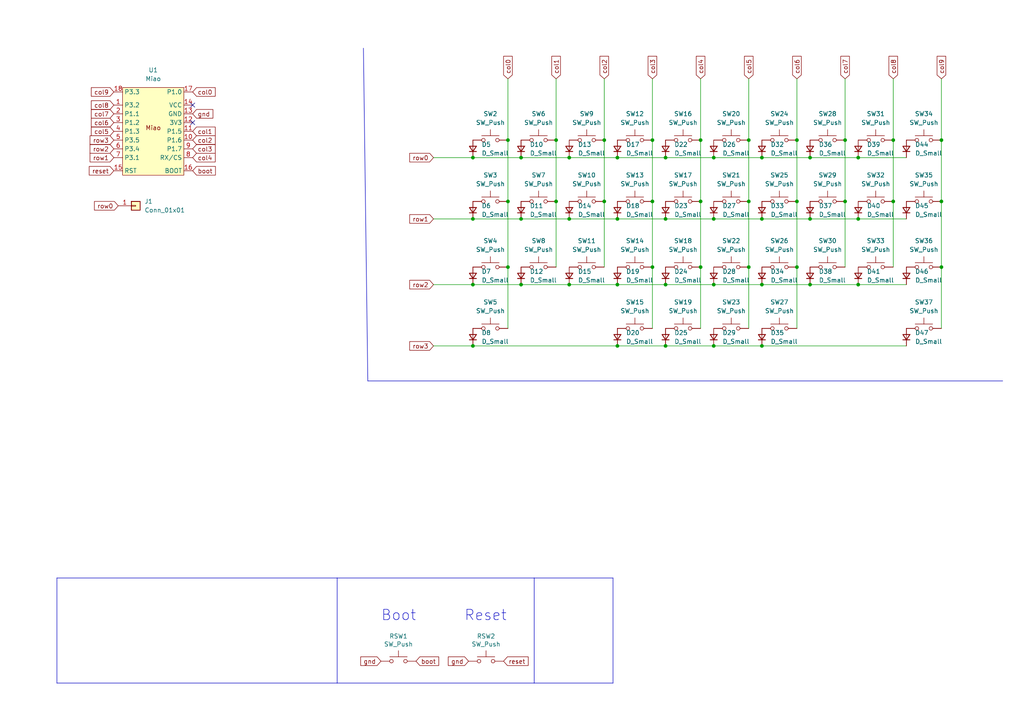
<source format=kicad_sch>
(kicad_sch (version 20230121) (generator eeschema)
  (paper "A4")
  (lib_symbols
    (symbol "Connector_Generic:Conn_01x01" (pin_names (offset 1.016) hide)
      (property "Reference" "J" (at 0 2.54 0))
      (property "Value" "Conn_01x01" (at 0 -2.54 0))
      (symbol "Conn_01x01_1_1"
        (rectangle (start -1.27 0.127) (end 0 -0.127) (stroke (width 0.1524)))
        (rectangle (start -1.27 1.27) (end 1.27 -1.27) (stroke (width 0.254)) (fill (type background)))
        (pin passive line (at -5.08 0 0) (length 3.81) (name "Pin_1") (number "1"))
      )
    )
    (symbol "ENDGAME_UWU_Gatekeeper_stuff:D_Small" (pin_numbers hide) (pin_names (offset 0.254) hide)
      (property "Reference" "D28" (at 2.54 1.2701 90))
      (property "Value" "D_Small" (at 2.54 -1.2699 90))
      (symbol "D_Small_0_1"
        (polyline (pts (xy -0.762 -1.016) (xy -0.762 1.016)) (stroke (width 0.254)))
        (polyline (pts (xy -0.762 0) (xy 0.762 0)))
        (polyline (pts (xy 0.762 -1.016) (xy -0.762 0) (xy 0.762 1.016) (xy 0.762 -1.016)) (stroke (width 0.254)))
      )
      (symbol "D_Small_1_1"
        (pin passive line (at -2.54 0 0) (length 1.778) (name "K") (number "1"))
        (pin passive line (at 2.54 0 180) (length 1.778) (name "A") (number "2"))
      )
    )
    (symbol "ENDGAME_UWU_Gatekeeper_stuff:SW_Push" (pin_numbers hide) (pin_names (offset 1.016) hide)
      (property "Reference" "SW35" (at 0 7.62 0))
      (property "Value" "SW_Push" (at 0 5.08 0))
      (symbol "SW_Push_0_1"
        (circle (center -2.032 0) (radius 0.508))
        (polyline (pts (xy 0 1.27) (xy 0 3.048)))
        (polyline (pts (xy 2.54 1.27) (xy -2.54 1.27)))
        (circle (center 2.032 0) (radius 0.508))
        (pin passive line (at -5.08 0 0) (length 2.54) (name "1") (number "1"))
        (pin passive line (at 5.08 0 180) (length 2.54) (name "2") (number "2"))
      )
    )
    (symbol "Miao:Miao_full_pinout"
      (property "Reference" "U1" (at 0 15.24 0))
      (property "Value" "Miao" (at 3.81 -3.81 0))
      (symbol "Miao_full_pinout_1_1"
        (rectangle (start -8.89 12.7) (end 8.89 -12.7) (fill (type background)))
        (text "Miao\n\n" (at 0 0 0) (effects (font (size 1.27 1.27))))
        (pin bidirectional line (at -11.43 7.62 0) (length 2.54) (name "P3.2") (number "1"))
        (pin bidirectional line (at 11.43 -2.54 180) (length 2.54) (name "P1.6") (number "10"))
        (pin bidirectional line (at 11.43 0 180) (length 2.54) (name "P1.5") (number "11"))
        (pin power_out line (at 11.43 2.54 180) (length 2.54) (name "3V3") (number "12"))
        (pin power_out line (at 11.43 5.08 180) (length 2.54) (name "GND") (number "13"))
        (pin power_in line (at 11.43 7.62 180) (length 2.54) (name "VCC") (number "14"))
        (pin input line (at -11.43 -11.43 0) (length 2.54) (name "RST") (number "15"))
        (pin input line (at 11.43 -11.43 180) (length 2.54) (name "BOOT") (number "16"))
        (pin bidirectional line (at 11.43 11.43 180) (length 2.54) (name "P1.0") (number "17"))
        (pin bidirectional line (at -11.43 11.43 0) (length 2.54) (name "P3.3") (number "18"))
        (pin bidirectional line (at -11.43 5.08 0) (length 2.54) (name "P1.1") (number "2"))
        (pin bidirectional line (at -11.43 2.54 0) (length 2.54) (name "P1.2") (number "3"))
        (pin bidirectional line (at -11.43 0 0) (length 2.54) (name "P1.3") (number "4"))
        (pin bidirectional line (at -11.43 -2.54 0) (length 2.54) (name "P3.5") (number "5"))
        (pin bidirectional line (at -11.43 -5.08 0) (length 2.54) (name "P3.4") (number "6"))
        (pin bidirectional line (at -11.43 -7.62 0) (length 2.54) (name "P3.1") (number "7"))
        (pin bidirectional line (at 11.43 -7.62 180) (length 2.54) (name "RX/CS") (number "8"))
        (pin bidirectional line (at 11.43 -5.08 180) (length 2.54) (name "P1.7") (number "9"))
      )
    )
    (symbol "Switch:SW_Push" (pin_numbers hide) (pin_names (offset 1.016) hide)
      (property "Reference" "SW" (at 1.27 2.54 0))
      (property "Value" "SW_Push" (at 0 -1.524 0))
      (symbol "SW_Push_0_1"
        (circle (center -2.032 0) (radius 0.508))
        (polyline (pts (xy 0 1.27) (xy 0 3.048)))
        (polyline (pts (xy 2.54 1.27) (xy -2.54 1.27)))
        (circle (center 2.032 0) (radius 0.508))
        (pin passive line (at -5.08 0 0) (length 2.54) (name "1") (number "1"))
        (pin passive line (at 5.08 0 180) (length 2.54) (name "2") (number "2"))
      )
    )
  )
  (junction (at 137.16 100.33))
  (junction (at 231.14 77.47))
  (junction (at 231.14 40.64))
  (junction (at 234.95 45.72))
  (junction (at 189.23 58.42))
  (junction (at 217.17 77.47))
  (junction (at 259.08 40.64))
  (junction (at 161.29 58.42))
  (junction (at 203.2 77.47))
  (junction (at 193.04 82.55))
  (junction (at 175.26 40.64))
  (junction (at 259.08 58.42))
  (junction (at 234.95 82.55))
  (junction (at 137.16 45.72))
  (junction (at 207.01 100.33))
  (junction (at 203.2 40.64))
  (junction (at 231.14 58.42))
  (junction (at 248.92 45.72))
  (junction (at 193.04 45.72))
  (junction (at 165.1 82.55))
  (junction (at 151.13 82.55))
  (junction (at 273.05 40.64))
  (junction (at 193.04 63.5))
  (junction (at 147.32 58.42))
  (junction (at 220.98 63.5))
  (junction (at 165.1 63.5))
  (junction (at 217.17 40.64))
  (junction (at 179.07 82.55))
  (junction (at 137.16 63.5))
  (junction (at 248.92 82.55))
  (junction (at 207.01 45.72))
  (junction (at 207.01 82.55))
  (junction (at 234.95 63.5))
  (junction (at 165.1 45.72))
  (junction (at 189.23 40.64))
  (junction (at 203.2 58.42))
  (junction (at 273.05 77.47))
  (junction (at 273.05 58.42))
  (junction (at 189.23 77.47))
  (junction (at 179.07 45.72))
  (junction (at 193.04 100.33))
  (junction (at 147.32 40.64))
  (junction (at 147.32 77.47))
  (junction (at 151.13 45.72))
  (junction (at 137.16 82.55))
  (junction (at 175.26 58.42))
  (junction (at 179.07 63.5))
  (junction (at 220.98 82.55))
  (junction (at 245.11 58.42))
  (junction (at 207.01 63.5))
  (junction (at 217.17 58.42))
  (junction (at 248.92 63.5))
  (junction (at 161.29 40.64))
  (junction (at 245.11 40.64))
  (junction (at 220.98 45.72))
  (junction (at 151.13 63.5))
  (junction (at 220.98 100.33))
  (junction (at 179.07 100.33))
  (no_connect (at 55.88 30.48))
  (no_connect (at 55.88 35.56))
  (wire (pts (xy 231.14 58.42) (xy 231.14 77.47)))
  (wire (pts (xy 147.32 77.47) (xy 147.32 95.25)))
  (wire (pts (xy 207.01 63.5) (xy 220.98 63.5)))
  (polyline (pts (xy 154.94 167.64) (xy 97.79 167.64)))
  (wire (pts (xy 259.08 22.86) (xy 259.08 40.64)))
  (wire (pts (xy 175.26 58.42) (xy 175.26 77.47)))
  (wire (pts (xy 248.92 82.55) (xy 262.89 82.55)))
  (wire (pts (xy 220.98 82.55) (xy 234.95 82.55)))
  (wire (pts (xy 189.23 77.47) (xy 189.23 95.25)))
  (wire (pts (xy 151.13 45.72) (xy 165.1 45.72)))
  (wire (pts (xy 234.95 45.72) (xy 248.92 45.72)))
  (wire (pts (xy 125.73 63.5) (xy 137.16 63.5)))
  (wire (pts (xy 147.32 58.42) (xy 147.32 77.47)))
  (wire (pts (xy 137.16 63.5) (xy 151.13 63.5)))
  (wire (pts (xy 273.05 40.64) (xy 273.05 58.42)))
  (wire (pts (xy 125.73 45.72) (xy 137.16 45.72)))
  (wire (pts (xy 203.2 58.42) (xy 203.2 77.47)))
  (wire (pts (xy 220.98 45.72) (xy 234.95 45.72)))
  (polyline (pts (xy 97.79 198.12) (xy 16.51 198.12)))
  (polyline (pts (xy 16.51 167.64) (xy 97.79 167.64)))
  (wire (pts (xy 207.01 100.33) (xy 220.98 100.33)))
  (wire (pts (xy 161.29 58.42) (xy 161.29 77.47)))
  (wire (pts (xy 231.14 40.64) (xy 231.14 58.42)))
  (wire (pts (xy 189.23 58.42) (xy 189.23 77.47)))
  (wire (pts (xy 259.08 58.42) (xy 259.08 77.47)))
  (polyline (pts (xy 154.94 198.12) (xy 177.8 198.12)))
  (wire (pts (xy 234.95 63.5) (xy 248.92 63.5)))
  (wire (pts (xy 179.07 63.5) (xy 193.04 63.5)))
  (wire (pts (xy 179.07 82.55) (xy 193.04 82.55)))
  (wire (pts (xy 137.16 82.55) (xy 151.13 82.55)))
  (wire (pts (xy 179.07 100.33) (xy 193.04 100.33)))
  (wire (pts (xy 220.98 63.5) (xy 234.95 63.5)))
  (wire (pts (xy 273.05 22.86) (xy 273.05 40.64)))
  (wire (pts (xy 220.98 100.33) (xy 262.89 100.33)))
  (wire (pts (xy 193.04 100.33) (xy 207.01 100.33)))
  (wire (pts (xy 165.1 45.72) (xy 179.07 45.72)))
  (wire (pts (xy 161.29 22.86) (xy 161.29 40.64)))
  (wire (pts (xy 207.01 45.72) (xy 220.98 45.72)))
  (wire (pts (xy 245.11 22.86) (xy 245.11 40.64)))
  (wire (pts (xy 137.16 100.33) (xy 179.07 100.33)))
  (wire (pts (xy 207.01 82.55) (xy 220.98 82.55)))
  (polyline (pts (xy 97.79 167.64) (xy 97.79 198.12)))
  (wire (pts (xy 217.17 58.42) (xy 217.17 77.47)))
  (wire (pts (xy 175.26 40.64) (xy 175.26 58.42)))
  (wire (pts (xy 217.17 77.47) (xy 217.17 95.25)))
  (wire (pts (xy 161.29 40.64) (xy 161.29 58.42)))
  (wire (pts (xy 245.11 40.64) (xy 245.11 58.42)))
  (wire (pts (xy 165.1 82.55) (xy 179.07 82.55)))
  (wire (pts (xy 125.73 100.33) (xy 137.16 100.33)))
  (wire (pts (xy 193.04 45.72) (xy 207.01 45.72)))
  (wire (pts (xy 147.32 22.86) (xy 147.32 40.64)))
  (polyline (pts (xy 106.68 110.49) (xy 290.83 110.49)))
  (polyline (pts (xy 105.41 13.97) (xy 106.68 110.49)))
  (wire (pts (xy 217.17 22.86) (xy 217.17 40.64)))
  (wire (pts (xy 273.05 77.47) (xy 273.05 95.25)))
  (wire (pts (xy 137.16 45.72) (xy 151.13 45.72)))
  (wire (pts (xy 151.13 63.5) (xy 165.1 63.5)))
  (wire (pts (xy 175.26 22.86) (xy 175.26 40.64)))
  (polyline (pts (xy 177.8 198.12) (xy 177.8 167.64)))
  (wire (pts (xy 245.11 58.42) (xy 245.11 77.47)))
  (wire (pts (xy 248.92 45.72) (xy 262.89 45.72)))
  (wire (pts (xy 203.2 77.47) (xy 203.2 95.25)))
  (wire (pts (xy 234.95 82.55) (xy 248.92 82.55)))
  (polyline (pts (xy 154.94 198.12) (xy 154.94 167.64)))
  (wire (pts (xy 165.1 63.5) (xy 179.07 63.5)))
  (polyline (pts (xy 177.8 167.64) (xy 154.94 167.64)))
  (wire (pts (xy 193.04 63.5) (xy 207.01 63.5)))
  (wire (pts (xy 231.14 22.86) (xy 231.14 40.64)))
  (polyline (pts (xy 16.51 198.12) (xy 16.51 167.64)))
  (wire (pts (xy 151.13 82.55) (xy 165.1 82.55)))
  (wire (pts (xy 179.07 45.72) (xy 193.04 45.72)))
  (wire (pts (xy 147.32 40.64) (xy 147.32 58.42)))
  (wire (pts (xy 259.08 40.64) (xy 259.08 58.42)))
  (wire (pts (xy 125.73 82.55) (xy 137.16 82.55)))
  (wire (pts (xy 203.2 22.86) (xy 203.2 40.64)))
  (wire (pts (xy 193.04 82.55) (xy 207.01 82.55)))
  (wire (pts (xy 231.14 77.47) (xy 231.14 95.25)))
  (wire (pts (xy 248.92 63.5) (xy 262.89 63.5)))
  (wire (pts (xy 217.17 40.64) (xy 217.17 58.42)))
  (wire (pts (xy 189.23 22.86) (xy 189.23 40.64)))
  (wire (pts (xy 273.05 58.42) (xy 273.05 77.47)))
  (wire (pts (xy 203.2 40.64) (xy 203.2 58.42)))
  (polyline (pts (xy 97.79 198.12) (xy 154.94 198.12)))
  (wire (pts (xy 189.23 40.64) (xy 189.23 58.42)))
  (text "Reset" (at 134.62 180.34 0) (effects (font (size 2.9972 2.9972)) (justify left bottom)))
  (text "Boot" (at 110.49 180.34 0) (effects (font (size 2.9972 2.9972)) (justify left bottom)))
  (global_label "row3" (shape input) (at 33.02 40.64 180) (property "Intersheetrefs" "${INTERSHEET_REFS}" (effects hide)))
  (global_label "col0" (shape input) (at 55.88 26.67 0) (property "Intersheetrefs" "${INTERSHEET_REFS}" (effects hide)))
  (global_label "col9" (shape input) (at 33.02 26.67 180) (property "Intersheetrefs" "${INTERSHEET_REFS}" (effects hide)))
  (global_label "gnd" (shape input) (at 110.49 191.77 180) (property "Intersheetrefs" "${INTERSHEET_REFS}" (effects hide)))
  (global_label "col3" (shape input) (at 55.88 43.18 0) (property "Intersheetrefs" "${INTERSHEET_REFS}" (effects hide)))
  (global_label "col0" (shape input) (at 147.32 22.86 90) (property "Intersheetrefs" "${INTERSHEET_REFS}" (effects hide)))
  (global_label "col1" (shape input) (at 55.88 38.1 0) (property "Intersheetrefs" "${INTERSHEET_REFS}" (effects hide)))
  (global_label "col6" (shape input) (at 231.14 22.86 90) (property "Intersheetrefs" "${INTERSHEET_REFS}" (effects hide)))
  (global_label "col5" (shape input) (at 33.02 38.1 180) (property "Intersheetrefs" "${INTERSHEET_REFS}" (effects hide)))
  (global_label "col6" (shape input) (at 33.02 35.56 180) (property "Intersheetrefs" "${INTERSHEET_REFS}" (effects hide)))
  (global_label "boot" (shape input) (at 120.65 191.77 0) (property "Intersheetrefs" "${INTERSHEET_REFS}" (effects hide)))
  (global_label "boot" (shape input) (at 55.88 49.53 0) (property "Intersheetrefs" "${INTERSHEET_REFS}" (effects hide)))
  (global_label "col2" (shape input) (at 175.26 22.86 90) (property "Intersheetrefs" "${INTERSHEET_REFS}" (effects hide)))
  (global_label "row1" (shape input) (at 125.73 63.5 180) (property "Intersheetrefs" "${INTERSHEET_REFS}" (effects hide)))
  (global_label "row3" (shape input) (at 125.73 100.33 180) (property "Intersheetrefs" "${INTERSHEET_REFS}" (effects hide)))
  (global_label "row0" (shape input) (at 125.73 45.72 180) (property "Intersheetrefs" "${INTERSHEET_REFS}" (effects hide)))
  (global_label "col8" (shape input) (at 259.08 22.86 90) (property "Intersheetrefs" "${INTERSHEET_REFS}" (effects hide)))
  (global_label "row2" (shape input) (at 125.73 82.55 180) (property "Intersheetrefs" "${INTERSHEET_REFS}" (effects hide)))
  (global_label "col3" (shape input) (at 189.23 22.86 90) (property "Intersheetrefs" "${INTERSHEET_REFS}" (effects hide)))
  (global_label "reset" (shape input) (at 33.02 49.53 180) (property "Intersheetrefs" "${INTERSHEET_REFS}" (effects hide)))
  (global_label "gnd" (shape input) (at 55.88 33.02 0) (property "Intersheetrefs" "${INTERSHEET_REFS}" (effects hide)))
  (global_label "col5" (shape input) (at 217.17 22.86 90) (property "Intersheetrefs" "${INTERSHEET_REFS}" (effects hide)))
  (global_label "col8" (shape input) (at 33.02 30.48 180) (property "Intersheetrefs" "${INTERSHEET_REFS}" (effects hide)))
  (global_label "col2" (shape input) (at 55.88 40.64 0) (property "Intersheetrefs" "${INTERSHEET_REFS}" (effects hide)))
  (global_label "col4" (shape input) (at 55.88 45.72 0) (property "Intersheetrefs" "${INTERSHEET_REFS}" (effects hide)))
  (global_label "reset" (shape input) (at 146.05 191.77 0) (property "Intersheetrefs" "${INTERSHEET_REFS}" (effects hide)))
  (global_label "col4" (shape input) (at 203.2 22.86 90) (property "Intersheetrefs" "${INTERSHEET_REFS}" (effects hide)))
  (global_label "gnd" (shape input) (at 135.89 191.77 180) (property "Intersheetrefs" "${INTERSHEET_REFS}" (effects hide)))
  (global_label "row2" (shape input) (at 33.02 43.18 180) (property "Intersheetrefs" "${INTERSHEET_REFS}" (effects hide)))
  (global_label "col7" (shape input) (at 245.11 22.86 90) (property "Intersheetrefs" "${INTERSHEET_REFS}" (effects hide)))
  (global_label "row0" (shape input) (at 34.29 59.69 180) (property "Intersheetrefs" "${INTERSHEET_REFS}" (effects hide)))
  (global_label "col7" (shape input) (at 33.02 33.02 180) (property "Intersheetrefs" "${INTERSHEET_REFS}" (effects hide)))
  (global_label "row1" (shape input) (at 33.02 45.72 180) (property "Intersheetrefs" "${INTERSHEET_REFS}" (effects hide)))
  (global_label "col9" (shape input) (at 273.05 22.86 90) (property "Intersheetrefs" "${INTERSHEET_REFS}" (effects hide)))
  (global_label "col1" (shape input) (at 161.29 22.86 90) (property "Intersheetrefs" "${INTERSHEET_REFS}" (effects hide)))
  (symbol (lib_id "ENDGAME_UWU_Gatekeeper_stuff:SW_Push") (at 156.21 40.64 0) (unit 1)
    (property "Reference" "SW6" (at 156.21 33.02 0))
    (property "Value" "SW_Push" (at 156.21 35.56 0))
    (property "Footprint" "UWUmasterGatekeeperHusoLib:SW_choc_v1_HS_1u_filets_MBK_blk" (effects hide))
  )
  (symbol (lib_id "ENDGAME_UWU_Gatekeeper_stuff:SW_Push") (at 142.24 95.25 0) (unit 1)
    (property "Reference" "SW5" (at 142.24 87.63 0))
    (property "Value" "SW_Push" (at 142.24 90.17 0))
    (property "Footprint" "UWUmasterGatekeeperHusoLib:SW_choc_v1_HS_1_5u_filets_MBK_blk" (effects hide))
  )
  (symbol (lib_id "ENDGAME_UWU_Gatekeeper_stuff:SW_Push") (at 226.06 40.64 0) (unit 1)
    (property "Reference" "SW24" (at 226.06 33.02 0))
    (property "Value" "SW_Push" (at 226.06 35.56 0))
    (property "Footprint" "UWUmasterGatekeeperHusoLib:SW_choc_v1_HS_1u_filets_MBK_blk" (effects hide))
  )
  (symbol (lib_id "ENDGAME_UWU_Gatekeeper_stuff:D_Small") (at 151.13 60.96 90) (unit 1)
    (property "Reference" "D11" (at 153.67 59.6899 90) (effects (justify right)))
    (property "Value" "D_Small" (at 153.67 62.2299 90) (effects (justify right)))
    (property "Footprint" "UWUmasterGatekeeperHusoLib:Diode_SOD123 filets triangle" (effects hide))
  )
  (symbol (lib_id "ENDGAME_UWU_Gatekeeper_stuff:SW_Push") (at 184.15 77.47 0) (unit 1)
    (property "Reference" "SW14" (at 184.15 69.85 0))
    (property "Value" "SW_Push" (at 184.15 72.39 0))
    (property "Footprint" "UWUmasterGatekeeperHusoLib:SW_choc_v1_HS_1u_filets_MBK_blk" (effects hide))
  )
  (symbol (lib_id "ENDGAME_UWU_Gatekeeper_stuff:D_Small") (at 220.98 43.18 90) (unit 1)
    (property "Reference" "D32" (at 223.52 41.9099 90) (effects (justify right)))
    (property "Value" "D_Small" (at 223.52 44.4499 90) (effects (justify right)))
    (property "Footprint" "UWUmasterGatekeeperHusoLib:Diode_SOD123 filets triangle" (effects hide))
  )
  (symbol (lib_id "ENDGAME_UWU_Gatekeeper_stuff:D_Small") (at 151.13 80.01 90) (unit 1)
    (property "Reference" "D12" (at 153.67 78.7399 90) (effects (justify right)))
    (property "Value" "D_Small" (at 153.67 81.2799 90) (effects (justify right)))
    (property "Footprint" "UWUmasterGatekeeperHusoLib:Diode_SOD123 filets triangle" (effects hide))
  )
  (symbol (lib_id "ENDGAME_UWU_Gatekeeper_stuff:D_Small") (at 248.92 43.18 90) (unit 1)
    (property "Reference" "D39" (at 251.46 41.9099 90) (effects (justify right)))
    (property "Value" "D_Small" (at 251.46 44.4499 90) (effects (justify right)))
    (property "Footprint" "UWUmasterGatekeeperHusoLib:Diode_SOD123 filets triangle" (effects hide))
  )
  (symbol (lib_id "ENDGAME_UWU_Gatekeeper_stuff:SW_Push") (at 198.12 77.47 0) (unit 1)
    (property "Reference" "SW18" (at 198.12 69.85 0))
    (property "Value" "SW_Push" (at 198.12 72.39 0))
    (property "Footprint" "UWUmasterGatekeeperHusoLib:SW_choc_v1_HS_1u_filets_MBK_blk" (effects hide))
  )
  (symbol (lib_id "ENDGAME_UWU_Gatekeeper_stuff:D_Small") (at 234.95 43.18 90) (unit 1)
    (property "Reference" "D36" (at 237.49 41.9099 90) (effects (justify right)))
    (property "Value" "D_Small" (at 237.49 44.4499 90) (effects (justify right)))
    (property "Footprint" "UWUmasterGatekeeperHusoLib:Diode_SOD123 filets triangle" (effects hide))
  )
  (symbol (lib_id "ENDGAME_UWU_Gatekeeper_stuff:SW_Push") (at 156.21 58.42 0) (unit 1)
    (property "Reference" "SW7" (at 156.21 50.8 0))
    (property "Value" "SW_Push" (at 156.21 53.34 0))
    (property "Footprint" "UWUmasterGatekeeperHusoLib:SW_choc_v1_HS_1u_filets_MBK_blk" (effects hide))
  )
  (symbol (lib_id "ENDGAME_UWU_Gatekeeper_stuff:SW_Push") (at 198.12 40.64 0) (unit 1)
    (property "Reference" "SW16" (at 198.12 33.02 0))
    (property "Value" "SW_Push" (at 198.12 35.56 0))
    (property "Footprint" "UWUmasterGatekeeperHusoLib:SW_choc_v1_HS_1u_filets_MBK_blk" (effects hide))
  )
  (symbol (lib_id "ENDGAME_UWU_Gatekeeper_stuff:SW_Push") (at 170.18 58.42 0) (unit 1)
    (property "Reference" "SW10" (at 170.18 50.8 0))
    (property "Value" "SW_Push" (at 170.18 53.34 0))
    (property "Footprint" "UWUmasterGatekeeperHusoLib:SW_choc_v1_HS_1u_filets_MBK_blk" (effects hide))
  )
  (symbol (lib_id "ENDGAME_UWU_Gatekeeper_stuff:D_Small") (at 165.1 60.96 90) (unit 1)
    (property "Reference" "D14" (at 167.64 59.6899 90) (effects (justify right)))
    (property "Value" "D_Small" (at 167.64 62.2299 90) (effects (justify right)))
    (property "Footprint" "UWUmasterGatekeeperHusoLib:Diode_SOD123 filets triangle" (effects hide))
  )
  (symbol (lib_id "ENDGAME_UWU_Gatekeeper_stuff:SW_Push") (at 254 40.64 0) (unit 1)
    (property "Reference" "SW31" (at 254 33.02 0))
    (property "Value" "SW_Push" (at 254 35.56 0))
    (property "Footprint" "UWUmasterGatekeeperHusoLib:SW_choc_v1_HS_1u_filets_MBK_blk" (effects hide))
  )
  (symbol (lib_id "ENDGAME_UWU_Gatekeeper_stuff:SW_Push") (at 198.12 95.25 0) (unit 1)
    (property "Reference" "SW19" (at 198.12 87.63 0))
    (property "Value" "SW_Push" (at 198.12 90.17 0))
    (property "Footprint" "UWUmasterGatekeeperHusoLib:SW_choc_v1_HS_1_5u_filets_MBK_blk" (effects hide))
  )
  (symbol (lib_id "ENDGAME_UWU_Gatekeeper_stuff:D_Small") (at 193.04 43.18 90) (unit 1)
    (property "Reference" "D22" (at 195.58 41.9099 90) (effects (justify right)))
    (property "Value" "D_Small" (at 195.58 44.4499 90) (effects (justify right)))
    (property "Footprint" "UWUmasterGatekeeperHusoLib:Diode_SOD123 filets triangle" (effects hide))
  )
  (symbol (lib_id "ENDGAME_UWU_Gatekeeper_stuff:SW_Push") (at 184.15 95.25 0) (unit 1)
    (property "Reference" "SW15" (at 184.15 87.63 0))
    (property "Value" "SW_Push" (at 184.15 90.17 0))
    (property "Footprint" "UWUmasterGatekeeperHusoLib:SW_choc_v1_HS_1u_filets_MBK_blk" (effects hide))
  )
  (symbol (lib_id "ENDGAME_UWU_Gatekeeper_stuff:D_Small") (at 193.04 97.79 90) (unit 1)
    (property "Reference" "D25" (at 195.58 96.5199 90) (effects (justify right)))
    (property "Value" "D_Small" (at 195.58 99.0599 90) (effects (justify right)))
    (property "Footprint" "UWUmasterGatekeeperHusoLib:Diode_SOD123 filets triangle" (effects hide))
  )
  (symbol (lib_id "ENDGAME_UWU_Gatekeeper_stuff:SW_Push") (at 254 77.47 0) (unit 1)
    (property "Reference" "SW33" (at 254 69.85 0))
    (property "Value" "SW_Push" (at 254 72.39 0))
    (property "Footprint" "UWUmasterGatekeeperHusoLib:SW_choc_v1_HS_1u_filets_MBK_blk" (effects hide))
  )
  (symbol (lib_id "ENDGAME_UWU_Gatekeeper_stuff:D_Small") (at 248.92 60.96 90) (unit 1)
    (property "Reference" "D40" (at 251.46 59.6899 90) (effects (justify right)))
    (property "Value" "D_Small" (at 251.46 62.2299 90) (effects (justify right)))
    (property "Footprint" "UWUmasterGatekeeperHusoLib:Diode_SOD123 filets triangle" (effects hide))
  )
  (symbol (lib_id "ENDGAME_UWU_Gatekeeper_stuff:D_Small") (at 137.16 97.79 90) (unit 1)
    (property "Reference" "D8" (at 139.7 96.5199 90) (effects (justify right)))
    (property "Value" "D_Small" (at 139.7 99.0599 90) (effects (justify right)))
    (property "Footprint" "UWUmasterGatekeeperHusoLib:Diode_SOD123 filets triangle" (effects hide))
  )
  (symbol (lib_id "ENDGAME_UWU_Gatekeeper_stuff:D_Small") (at 179.07 97.79 90) (unit 1)
    (property "Reference" "D20" (at 181.61 96.5199 90) (effects (justify right)))
    (property "Value" "D_Small" (at 181.61 99.0599 90) (effects (justify right)))
    (property "Footprint" "UWUmasterGatekeeperHusoLib:Diode_SOD123 filets triangle" (effects hide))
  )
  (symbol (lib_id "ENDGAME_UWU_Gatekeeper_stuff:D_Small") (at 220.98 60.96 90) (unit 1)
    (property "Reference" "D33" (at 223.52 59.6899 90) (effects (justify right)))
    (property "Value" "D_Small" (at 223.52 62.2299 90) (effects (justify right)))
    (property "Footprint" "UWUmasterGatekeeperHusoLib:Diode_SOD123 filets triangle" (effects hide))
  )
  (symbol (lib_id "ENDGAME_UWU_Gatekeeper_stuff:D_Small") (at 165.1 80.01 90) (unit 1)
    (property "Reference" "D15" (at 167.64 78.7399 90) (effects (justify right)))
    (property "Value" "D_Small" (at 167.64 81.2799 90) (effects (justify right)))
    (property "Footprint" "UWUmasterGatekeeperHusoLib:Diode_SOD123 filets triangle" (effects hide))
  )
  (symbol (lib_id "Connector_Generic:Conn_01x01") (at 39.37 59.69 0) (unit 1)
    (property "Reference" "J1" (at 41.91 58.42 0) (effects (justify left)))
    (property "Value" "Conn_01x01" (at 41.91 60.96 0) (effects (justify left)))
    (property "Footprint" "UWUmasterGatekeeperHusoLib:1pin SMD Pad" (effects hide))
  )
  (symbol (lib_id "ENDGAME_UWU_Gatekeeper_stuff:SW_Push") (at 170.18 77.47 0) (unit 1)
    (property "Reference" "SW11" (at 170.18 69.85 0))
    (property "Value" "SW_Push" (at 170.18 72.39 0))
    (property "Footprint" "UWUmasterGatekeeperHusoLib:SW_choc_v1_HS_1u_filets_MBK_blk" (effects hide))
  )
  (symbol (lib_id "ENDGAME_UWU_Gatekeeper_stuff:D_Small") (at 248.92 80.01 90) (unit 1)
    (property "Reference" "D41" (at 251.46 78.7399 90) (effects (justify right)))
    (property "Value" "D_Small" (at 251.46 81.2799 90) (effects (justify right)))
    (property "Footprint" "UWUmasterGatekeeperHusoLib:Diode_SOD123 filets triangle" (effects hide))
  )
  (symbol (lib_id "ENDGAME_UWU_Gatekeeper_stuff:SW_Push") (at 240.03 40.64 0) (unit 1)
    (property "Reference" "SW28" (at 240.03 33.02 0))
    (property "Value" "SW_Push" (at 240.03 35.56 0))
    (property "Footprint" "UWUmasterGatekeeperHusoLib:SW_choc_v1_HS_1u_filets_MBK_blk" (effects hide))
  )
  (symbol (lib_id "ENDGAME_UWU_Gatekeeper_stuff:SW_Push") (at 184.15 40.64 0) (unit 1)
    (property "Reference" "SW12" (at 184.15 33.02 0))
    (property "Value" "SW_Push" (at 184.15 35.56 0))
    (property "Footprint" "UWUmasterGatekeeperHusoLib:SW_choc_v1_HS_1u_filets_MBK_blk" (effects hide))
  )
  (symbol (lib_id "ENDGAME_UWU_Gatekeeper_stuff:D_Small") (at 193.04 60.96 90) (unit 1)
    (property "Reference" "D23" (at 195.58 59.6899 90) (effects (justify right)))
    (property "Value" "D_Small" (at 195.58 62.2299 90) (effects (justify right)))
    (property "Footprint" "UWUmasterGatekeeperHusoLib:Diode_SOD123 filets triangle" (effects hide))
  )
  (symbol (lib_id "ENDGAME_UWU_Gatekeeper_stuff:SW_Push") (at 142.24 40.64 0) (unit 1)
    (property "Reference" "SW2" (at 142.24 33.02 0))
    (property "Value" "SW_Push" (at 142.24 35.56 0))
    (property "Footprint" "UWUmasterGatekeeperHusoLib:SW_choc_v1_HS_1u_filets_MBK_blk" (effects hide))
  )
  (symbol (lib_id "Switch:SW_Push") (at 140.97 191.77 0) (unit 1)
    (property "Reference" "RSW2" (at 140.97 184.531 0))
    (property "Value" "SW_Push" (at 140.97 186.8424 0))
    (property "Footprint" "UWUmasterGatekeeperHusoLib:4X4X1.6mm tact switch Filets" (effects hide))
  )
  (symbol (lib_id "Switch:SW_Push") (at 115.57 191.77 0) (unit 1)
    (property "Reference" "RSW1" (at 115.57 184.531 0))
    (property "Value" "SW_Push" (at 115.57 186.8424 0))
    (property "Footprint" "UWUmasterGatekeeperHusoLib:4X4X1.6mm tact switch Filets" (effects hide))
  )
  (symbol (lib_id "ENDGAME_UWU_Gatekeeper_stuff:D_Small") (at 137.16 60.96 90) (unit 1)
    (property "Reference" "D6" (at 139.7 59.6899 90) (effects (justify right)))
    (property "Value" "D_Small" (at 139.7 62.2299 90) (effects (justify right)))
    (property "Footprint" "UWUmasterGatekeeperHusoLib:Diode_SOD123 filets triangle" (effects hide))
  )
  (symbol (lib_id "ENDGAME_UWU_Gatekeeper_stuff:SW_Push") (at 212.09 95.25 0) (unit 1)
    (property "Reference" "SW23" (at 212.09 87.63 0))
    (property "Value" "SW_Push" (at 212.09 90.17 0))
    (property "Footprint" "UWUmasterGatekeeperHusoLib:SW_choc_v1_HS_1_5u_filets_MBK_blk" (effects hide))
  )
  (symbol (lib_id "ENDGAME_UWU_Gatekeeper_stuff:SW_Push") (at 212.09 58.42 0) (unit 1)
    (property "Reference" "SW21" (at 212.09 50.8 0))
    (property "Value" "SW_Push" (at 212.09 53.34 0))
    (property "Footprint" "UWUmasterGatekeeperHusoLib:SW_choc_v1_HS_1u_filets_MBK_blk" (effects hide))
  )
  (symbol (lib_id "ENDGAME_UWU_Gatekeeper_stuff:D_Small") (at 262.89 43.18 90) (unit 1)
    (property "Reference" "D44" (at 265.43 41.9099 90) (effects (justify right)))
    (property "Value" "D_Small" (at 265.43 44.4499 90) (effects (justify right)))
    (property "Footprint" "UWUmasterGatekeeperHusoLib:Diode_SOD123 filets triangle" (effects hide))
  )
  (symbol (lib_id "ENDGAME_UWU_Gatekeeper_stuff:SW_Push") (at 240.03 77.47 0) (unit 1)
    (property "Reference" "SW30" (at 240.03 69.85 0))
    (property "Value" "SW_Push" (at 240.03 72.39 0))
    (property "Footprint" "UWUmasterGatekeeperHusoLib:SW_choc_v1_HS_1u_filets_MBK_blk" (effects hide))
  )
  (symbol (lib_id "ENDGAME_UWU_Gatekeeper_stuff:D_Small") (at 137.16 80.01 90) (unit 1)
    (property "Reference" "D7" (at 139.7 78.7399 90) (effects (justify right)))
    (property "Value" "D_Small" (at 139.7 81.2799 90) (effects (justify right)))
    (property "Footprint" "UWUmasterGatekeeperHusoLib:Diode_SOD123 filets triangle" (effects hide))
  )
  (symbol (lib_id "ENDGAME_UWU_Gatekeeper_stuff:SW_Push") (at 267.97 95.25 0) (unit 1)
    (property "Reference" "SW37" (at 267.97 87.63 0))
    (property "Value" "SW_Push" (at 267.97 90.17 0))
    (property "Footprint" "UWUmasterGatekeeperHusoLib:SW_choc_v1_HS_1_5u_filets_MBK_blk" (effects hide))
  )
  (symbol (lib_id "ENDGAME_UWU_Gatekeeper_stuff:D_Small") (at 207.01 97.79 90) (unit 1)
    (property "Reference" "D29" (at 209.55 96.5199 90) (effects (justify right)))
    (property "Value" "D_Small" (at 209.55 99.0599 90) (effects (justify right)))
    (property "Footprint" "UWUmasterGatekeeperHusoLib:Diode_SOD123 filets triangle" (effects hide))
  )
  (symbol (lib_id "ENDGAME_UWU_Gatekeeper_stuff:SW_Push") (at 198.12 58.42 0) (unit 1)
    (property "Reference" "SW17" (at 198.12 50.8 0))
    (property "Value" "SW_Push" (at 198.12 53.34 0))
    (property "Footprint" "UWUmasterGatekeeperHusoLib:SW_choc_v1_HS_1u_filets_MBK_blk" (effects hide))
  )
  (symbol (lib_id "ENDGAME_UWU_Gatekeeper_stuff:SW_Push") (at 184.15 58.42 0) (unit 1)
    (property "Reference" "SW13" (at 184.15 50.8 0))
    (property "Value" "SW_Push" (at 184.15 53.34 0))
    (property "Footprint" "UWUmasterGatekeeperHusoLib:SW_choc_v1_HS_1u_filets_MBK_blk" (effects hide))
  )
  (symbol (lib_id "ENDGAME_UWU_Gatekeeper_stuff:D_Small") (at 207.01 80.01 90) (unit 1)
    (property "Reference" "D28" (at 209.55 78.7399 90) (effects (justify right)))
    (property "Value" "D_Small" (at 209.55 81.2799 90) (effects (justify right)))
    (property "Footprint" "UWUmasterGatekeeperHusoLib:Diode_SOD123 filets triangle" (effects hide))
  )
  (symbol (lib_id "ENDGAME_UWU_Gatekeeper_stuff:D_Small") (at 193.04 80.01 90) (unit 1)
    (property "Reference" "D24" (at 195.58 78.7399 90) (effects (justify right)))
    (property "Value" "D_Small" (at 195.58 81.2799 90) (effects (justify right)))
    (property "Footprint" "UWUmasterGatekeeperHusoLib:Diode_SOD123 filets triangle" (effects hide))
  )
  (symbol (lib_id "ENDGAME_UWU_Gatekeeper_stuff:D_Small") (at 220.98 80.01 90) (unit 1)
    (property "Reference" "D34" (at 223.52 78.7399 90) (effects (justify right)))
    (property "Value" "D_Small" (at 223.52 81.2799 90) (effects (justify right)))
    (property "Footprint" "UWUmasterGatekeeperHusoLib:Diode_SOD123 filets triangle" (effects hide))
  )
  (symbol (lib_id "ENDGAME_UWU_Gatekeeper_stuff:SW_Push") (at 226.06 77.47 0) (unit 1)
    (property "Reference" "SW26" (at 226.06 69.85 0))
    (property "Value" "SW_Push" (at 226.06 72.39 0))
    (property "Footprint" "UWUmasterGatekeeperHusoLib:SW_choc_v1_HS_1u_filets_MBK_blk" (effects hide))
  )
  (symbol (lib_id "ENDGAME_UWU_Gatekeeper_stuff:D_Small") (at 207.01 60.96 90) (unit 1)
    (property "Reference" "D27" (at 209.55 59.6899 90) (effects (justify right)))
    (property "Value" "D_Small" (at 209.55 62.2299 90) (effects (justify right)))
    (property "Footprint" "UWUmasterGatekeeperHusoLib:Diode_SOD123 filets triangle" (effects hide))
  )
  (symbol (lib_id "ENDGAME_UWU_Gatekeeper_stuff:D_Small") (at 137.16 43.18 90) (unit 1)
    (property "Reference" "D5" (at 139.7 41.9099 90) (effects (justify right)))
    (property "Value" "D_Small" (at 139.7 44.4499 90) (effects (justify right)))
    (property "Footprint" "UWUmasterGatekeeperHusoLib:Diode_SOD123 filets triangle" (effects hide))
  )
  (symbol (lib_id "ENDGAME_UWU_Gatekeeper_stuff:D_Small") (at 262.89 80.01 90) (unit 1)
    (property "Reference" "D46" (at 265.43 78.7399 90) (effects (justify right)))
    (property "Value" "D_Small" (at 265.43 81.2799 90) (effects (justify right)))
    (property "Footprint" "UWUmasterGatekeeperHusoLib:Diode_SOD123 filets triangle" (effects hide))
  )
  (symbol (lib_id "ENDGAME_UWU_Gatekeeper_stuff:D_Small") (at 220.98 97.79 90) (unit 1)
    (property "Reference" "D35" (at 223.52 96.5199 90) (effects (justify right)))
    (property "Value" "D_Small" (at 223.52 99.0599 90) (effects (justify right)))
    (property "Footprint" "UWUmasterGatekeeperHusoLib:Diode_SOD123 filets triangle" (effects hide))
  )
  (symbol (lib_id "ENDGAME_UWU_Gatekeeper_stuff:D_Small") (at 151.13 43.18 90) (unit 1)
    (property "Reference" "D10" (at 153.67 41.9099 90) (effects (justify right)))
    (property "Value" "D_Small" (at 153.67 44.4499 90) (effects (justify right)))
    (property "Footprint" "UWUmasterGatekeeperHusoLib:Diode_SOD123 filets triangle" (effects hide))
  )
  (symbol (lib_id "ENDGAME_UWU_Gatekeeper_stuff:SW_Push") (at 240.03 58.42 0) (unit 1)
    (property "Reference" "SW29" (at 240.03 50.8 0))
    (property "Value" "SW_Push" (at 240.03 53.34 0))
    (property "Footprint" "UWUmasterGatekeeperHusoLib:SW_choc_v1_HS_1u_filets_MBK_blk" (effects hide))
  )
  (symbol (lib_id "ENDGAME_UWU_Gatekeeper_stuff:SW_Push") (at 156.21 77.47 0) (unit 1)
    (property "Reference" "SW8" (at 156.21 69.85 0))
    (property "Value" "SW_Push" (at 156.21 72.39 0))
    (property "Footprint" "UWUmasterGatekeeperHusoLib:SW_choc_v1_HS_1u_filets_MBK_blk" (effects hide))
  )
  (symbol (lib_id "ENDGAME_UWU_Gatekeeper_stuff:D_Small") (at 207.01 43.18 90) (unit 1)
    (property "Reference" "D26" (at 209.55 41.9099 90) (effects (justify right)))
    (property "Value" "D_Small" (at 209.55 44.4499 90) (effects (justify right)))
    (property "Footprint" "UWUmasterGatekeeperHusoLib:Diode_SOD123 filets triangle" (effects hide))
  )
  (symbol (lib_id "ENDGAME_UWU_Gatekeeper_stuff:SW_Push") (at 267.97 77.47 0) (unit 1)
    (property "Reference" "SW36" (at 267.97 69.85 0))
    (property "Value" "SW_Push" (at 267.97 72.39 0))
    (property "Footprint" "UWUmasterGatekeeperHusoLib:SW_choc_v1_HS_1u_filets_MBK_blk" (effects hide))
  )
  (symbol (lib_id "ENDGAME_UWU_Gatekeeper_stuff:SW_Push") (at 212.09 40.64 0) (unit 1)
    (property "Reference" "SW20" (at 212.09 33.02 0))
    (property "Value" "SW_Push" (at 212.09 35.56 0))
    (property "Footprint" "UWUmasterGatekeeperHusoLib:SW_choc_v1_HS_1u_filets_MBK_blk" (effects hide))
  )
  (symbol (lib_id "ENDGAME_UWU_Gatekeeper_stuff:D_Small") (at 234.95 60.96 90) (unit 1)
    (property "Reference" "D37" (at 237.49 59.6899 90) (effects (justify right)))
    (property "Value" "D_Small" (at 237.49 62.2299 90) (effects (justify right)))
    (property "Footprint" "UWUmasterGatekeeperHusoLib:Diode_SOD123 filets triangle" (effects hide))
  )
  (symbol (lib_id "ENDGAME_UWU_Gatekeeper_stuff:SW_Push") (at 254 58.42 0) (unit 1)
    (property "Reference" "SW32" (at 254 50.8 0))
    (property "Value" "SW_Push" (at 254 53.34 0))
    (property "Footprint" "UWUmasterGatekeeperHusoLib:SW_choc_v1_HS_1u_filets_MBK_blk" (effects hide))
  )
  (symbol (lib_id "ENDGAME_UWU_Gatekeeper_stuff:D_Small") (at 234.95 80.01 90) (unit 1)
    (property "Reference" "D38" (at 237.49 78.7399 90) (effects (justify right)))
    (property "Value" "D_Small" (at 237.49 81.2799 90) (effects (justify right)))
    (property "Footprint" "UWUmasterGatekeeperHusoLib:Diode_SOD123 filets triangle" (effects hide))
  )
  (symbol (lib_id "ENDGAME_UWU_Gatekeeper_stuff:SW_Push") (at 212.09 77.47 0) (unit 1)
    (property "Reference" "SW22" (at 212.09 69.85 0))
    (property "Value" "SW_Push" (at 212.09 72.39 0))
    (property "Footprint" "UWUmasterGatekeeperHusoLib:SW_choc_v1_HS_1u_filets_MBK_blk" (effects hide))
  )
  (symbol (lib_id "ENDGAME_UWU_Gatekeeper_stuff:D_Small") (at 262.89 60.96 90) (unit 1)
    (property "Reference" "D45" (at 265.43 59.6899 90) (effects (justify right)))
    (property "Value" "D_Small" (at 265.43 62.2299 90) (effects (justify right)))
    (property "Footprint" "UWUmasterGatekeeperHusoLib:Diode_SOD123 filets triangle" (effects hide))
  )
  (symbol (lib_id "ENDGAME_UWU_Gatekeeper_stuff:SW_Push") (at 170.18 40.64 0) (unit 1)
    (property "Reference" "SW9" (at 170.18 33.02 0))
    (property "Value" "SW_Push" (at 170.18 35.56 0))
    (property "Footprint" "UWUmasterGatekeeperHusoLib:SW_choc_v1_HS_1u_filets_MBK_blk" (effects hide))
  )
  (symbol (lib_id "ENDGAME_UWU_Gatekeeper_stuff:SW_Push") (at 226.06 58.42 0) (unit 1)
    (property "Reference" "SW25" (at 226.06 50.8 0))
    (property "Value" "SW_Push" (at 226.06 53.34 0))
    (property "Footprint" "UWUmasterGatekeeperHusoLib:SW_choc_v1_HS_1u_filets_MBK_blk" (effects hide))
  )
  (symbol (lib_id "ENDGAME_UWU_Gatekeeper_stuff:D_Small") (at 165.1 43.18 90) (unit 1)
    (property "Reference" "D13" (at 167.64 41.9099 90) (effects (justify right)))
    (property "Value" "D_Small" (at 167.64 44.4499 90) (effects (justify right)))
    (property "Footprint" "UWUmasterGatekeeperHusoLib:Diode_SOD123 filets triangle" (effects hide))
  )
  (symbol (lib_id "ENDGAME_UWU_Gatekeeper_stuff:SW_Push") (at 267.97 40.64 0) (unit 1)
    (property "Reference" "SW34" (at 267.97 33.02 0))
    (property "Value" "SW_Push" (at 267.97 35.56 0))
    (property "Footprint" "UWUmasterGatekeeperHusoLib:SW_choc_v1_HS_1u_filets_MBK_blk" (effects hide))
  )
  (symbol (lib_id "ENDGAME_UWU_Gatekeeper_stuff:SW_Push") (at 142.24 58.42 0) (unit 1)
    (property "Reference" "SW3" (at 142.24 50.8 0))
    (property "Value" "SW_Push" (at 142.24 53.34 0))
    (property "Footprint" "UWUmasterGatekeeperHusoLib:SW_choc_v1_HS_1u_filets_MBK_blk" (effects hide))
  )
  (symbol (lib_id "Miao:Miao_full_pinout") (at 44.45 38.1 0) (unit 1)
    (property "Reference" "U1" (at 44.45 20.32 0))
    (property "Value" "Miao" (at 44.45 22.86 0))
    (property "Footprint" "UWUmasterGatekeeperHusoLib:Miao_17_18_short_CUTOUT_MCU_FACING_UP" (effects hide))
  )
  (symbol (lib_id "ENDGAME_UWU_Gatekeeper_stuff:D_Small") (at 179.07 43.18 90) (unit 1)
    (property "Reference" "D17" (at 181.61 41.9099 90) (effects (justify right)))
    (property "Value" "D_Small" (at 181.61 44.4499 90) (effects (justify right)))
    (property "Footprint" "UWUmasterGatekeeperHusoLib:Diode_SOD123 filets triangle" (effects hide))
  )
  (symbol (lib_id "ENDGAME_UWU_Gatekeeper_stuff:D_Small") (at 262.89 97.79 90) (unit 1)
    (property "Reference" "D47" (at 265.43 96.5199 90) (effects (justify right)))
    (property "Value" "D_Small" (at 265.43 99.0599 90) (effects (justify right)))
    (property "Footprint" "UWUmasterGatekeeperHusoLib:Diode_SOD123 filets triangle" (effects hide))
  )
  (symbol (lib_id "ENDGAME_UWU_Gatekeeper_stuff:D_Small") (at 179.07 60.96 90) (unit 1)
    (property "Reference" "D18" (at 181.61 59.6899 90) (effects (justify right)))
    (property "Value" "D_Small" (at 181.61 62.2299 90) (effects (justify right)))
    (property "Footprint" "UWUmasterGatekeeperHusoLib:Diode_SOD123 filets triangle" (effects hide))
  )
  (symbol (lib_id "ENDGAME_UWU_Gatekeeper_stuff:SW_Push") (at 267.97 58.42 0) (unit 1)
    (property "Reference" "SW35" (at 267.97 50.8 0))
    (property "Value" "SW_Push" (at 267.97 53.34 0))
    (property "Footprint" "UWUmasterGatekeeperHusoLib:SW_choc_v1_HS_1u_filets_MBK_blk" (effects hide))
  )
  (symbol (lib_id "ENDGAME_UWU_Gatekeeper_stuff:SW_Push") (at 142.24 77.47 0) (unit 1)
    (property "Reference" "SW4" (at 142.24 69.85 0))
    (property "Value" "SW_Push" (at 142.24 72.39 0))
    (property "Footprint" "UWUmasterGatekeeperHusoLib:SW_choc_v1_HS_1u_filets_MBK_blk" (effects hide))
  )
  (symbol (lib_id "ENDGAME_UWU_Gatekeeper_stuff:SW_Push") (at 226.06 95.25 0) (unit 1)
    (property "Reference" "SW27" (at 226.06 87.63 0))
    (property "Value" "SW_Push" (at 226.06 90.17 0))
    (property "Footprint" "UWUmasterGatekeeperHusoLib:SW_choc_v1_HS_1u_filets_MBK_blk" (effects hide))
  )
  (symbol (lib_id "ENDGAME_UWU_Gatekeeper_stuff:D_Small") (at 179.07 80.01 90) (unit 1)
    (property "Reference" "D19" (at 181.61 78.7399 90) (effects (justify right)))
    (property "Value" "D_Small" (at 181.61 81.2799 90) (effects (justify right)))
    (property "Footprint" "UWUmasterGatekeeperHusoLib:Diode_SOD123 filets triangle" (effects hide))
  )
)
</source>
